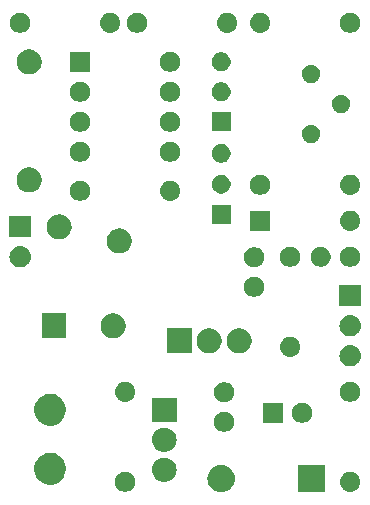
<source format=gbr>
G04 #@! TF.GenerationSoftware,KiCad,Pcbnew,(5.1.0)-1*
G04 #@! TF.CreationDate,2021-08-06T02:26:01-05:00*
G04 #@! TF.ProjectId,nixie_legacy-power,6e697869-655f-46c6-9567-6163792d706f,rev?*
G04 #@! TF.SameCoordinates,Original*
G04 #@! TF.FileFunction,Soldermask,Top*
G04 #@! TF.FilePolarity,Negative*
%FSLAX46Y46*%
G04 Gerber Fmt 4.6, Leading zero omitted, Abs format (unit mm)*
G04 Created by KiCad (PCBNEW (5.1.0)-1) date 2021-08-06 02:26:01*
%MOMM*%
%LPD*%
G04 APERTURE LIST*
%ADD10C,0.100000*%
G04 APERTURE END LIST*
D10*
G36*
X116213000Y-119515000D02*
G01*
X113911000Y-119515000D01*
X113911000Y-117213000D01*
X116213000Y-117213000D01*
X116213000Y-119515000D01*
X116213000Y-119515000D01*
G37*
G36*
X107611271Y-117224103D02*
G01*
X107667635Y-117229654D01*
X107884600Y-117295470D01*
X107884602Y-117295471D01*
X108084555Y-117402347D01*
X108259818Y-117546182D01*
X108403653Y-117721445D01*
X108502831Y-117906996D01*
X108510530Y-117921400D01*
X108576346Y-118138365D01*
X108598569Y-118364000D01*
X108576346Y-118589635D01*
X108567742Y-118618000D01*
X108510529Y-118806602D01*
X108403653Y-119006555D01*
X108259818Y-119181818D01*
X108084555Y-119325653D01*
X107930448Y-119408024D01*
X107884600Y-119432530D01*
X107667635Y-119498346D01*
X107611271Y-119503897D01*
X107498545Y-119515000D01*
X107385455Y-119515000D01*
X107272729Y-119503897D01*
X107216365Y-119498346D01*
X106999400Y-119432530D01*
X106953552Y-119408024D01*
X106799445Y-119325653D01*
X106624182Y-119181818D01*
X106480347Y-119006555D01*
X106373471Y-118806602D01*
X106316259Y-118618000D01*
X106307654Y-118589635D01*
X106285431Y-118364000D01*
X106307654Y-118138365D01*
X106373470Y-117921400D01*
X106381169Y-117906996D01*
X106480347Y-117721445D01*
X106624182Y-117546182D01*
X106799445Y-117402347D01*
X106999398Y-117295471D01*
X106999400Y-117295470D01*
X107216365Y-117229654D01*
X107272729Y-117224103D01*
X107385455Y-117213000D01*
X107498545Y-117213000D01*
X107611271Y-117224103D01*
X107611271Y-117224103D01*
G37*
G36*
X118530823Y-117779313D02*
G01*
X118691242Y-117827976D01*
X118758361Y-117863852D01*
X118839078Y-117906996D01*
X118968659Y-118013341D01*
X119075004Y-118142922D01*
X119075005Y-118142924D01*
X119154024Y-118290758D01*
X119202687Y-118451177D01*
X119219117Y-118618000D01*
X119202687Y-118784823D01*
X119154024Y-118945242D01*
X119113477Y-119021100D01*
X119075004Y-119093078D01*
X118968659Y-119222659D01*
X118839078Y-119329004D01*
X118839076Y-119329005D01*
X118691242Y-119408024D01*
X118530823Y-119456687D01*
X118405804Y-119469000D01*
X118322196Y-119469000D01*
X118197177Y-119456687D01*
X118036758Y-119408024D01*
X117888924Y-119329005D01*
X117888922Y-119329004D01*
X117759341Y-119222659D01*
X117652996Y-119093078D01*
X117614523Y-119021100D01*
X117573976Y-118945242D01*
X117525313Y-118784823D01*
X117508883Y-118618000D01*
X117525313Y-118451177D01*
X117573976Y-118290758D01*
X117652995Y-118142924D01*
X117652996Y-118142922D01*
X117759341Y-118013341D01*
X117888922Y-117906996D01*
X117969639Y-117863852D01*
X118036758Y-117827976D01*
X118197177Y-117779313D01*
X118322196Y-117767000D01*
X118405804Y-117767000D01*
X118530823Y-117779313D01*
X118530823Y-117779313D01*
G37*
G36*
X99562228Y-117799703D02*
G01*
X99717100Y-117863853D01*
X99856481Y-117956985D01*
X99975015Y-118075519D01*
X100068147Y-118214900D01*
X100132297Y-118369772D01*
X100165000Y-118534184D01*
X100165000Y-118701816D01*
X100132297Y-118866228D01*
X100068147Y-119021100D01*
X99975015Y-119160481D01*
X99856481Y-119279015D01*
X99717100Y-119372147D01*
X99562228Y-119436297D01*
X99397816Y-119469000D01*
X99230184Y-119469000D01*
X99065772Y-119436297D01*
X98910900Y-119372147D01*
X98771519Y-119279015D01*
X98652985Y-119160481D01*
X98559853Y-119021100D01*
X98495703Y-118866228D01*
X98463000Y-118701816D01*
X98463000Y-118534184D01*
X98495703Y-118369772D01*
X98559853Y-118214900D01*
X98652985Y-118075519D01*
X98771519Y-117956985D01*
X98910900Y-117863853D01*
X99065772Y-117799703D01*
X99230184Y-117767000D01*
X99397816Y-117767000D01*
X99562228Y-117799703D01*
X99562228Y-117799703D01*
G37*
G36*
X93358072Y-116222918D02*
G01*
X93603939Y-116324759D01*
X93715328Y-116399187D01*
X93825211Y-116472609D01*
X94013391Y-116660789D01*
X94019814Y-116670402D01*
X94161241Y-116882061D01*
X94263082Y-117127928D01*
X94315000Y-117388938D01*
X94315000Y-117655062D01*
X94263082Y-117916072D01*
X94161241Y-118161939D01*
X94125853Y-118214900D01*
X94013391Y-118383211D01*
X93825211Y-118571391D01*
X93797907Y-118589635D01*
X93603939Y-118719241D01*
X93603938Y-118719242D01*
X93603937Y-118719242D01*
X93358072Y-118821082D01*
X93097063Y-118873000D01*
X92830937Y-118873000D01*
X92569928Y-118821082D01*
X92324063Y-118719242D01*
X92324062Y-118719242D01*
X92324061Y-118719241D01*
X92130093Y-118589635D01*
X92102789Y-118571391D01*
X91914609Y-118383211D01*
X91802147Y-118214900D01*
X91766759Y-118161939D01*
X91664918Y-117916072D01*
X91613000Y-117655062D01*
X91613000Y-117388938D01*
X91664918Y-117127928D01*
X91766759Y-116882061D01*
X91908186Y-116670402D01*
X91914609Y-116660789D01*
X92102789Y-116472609D01*
X92212672Y-116399187D01*
X92324061Y-116324759D01*
X92569928Y-116222918D01*
X92830937Y-116171000D01*
X93097063Y-116171000D01*
X93358072Y-116222918D01*
X93358072Y-116222918D01*
G37*
G36*
X102761936Y-116603340D02*
G01*
X102860220Y-116613020D01*
X103049381Y-116670401D01*
X103223712Y-116763583D01*
X103376515Y-116888985D01*
X103501917Y-117041788D01*
X103595099Y-117216119D01*
X103652480Y-117405280D01*
X103671855Y-117602000D01*
X103652480Y-117798720D01*
X103595099Y-117987881D01*
X103501917Y-118162212D01*
X103376515Y-118315015D01*
X103223712Y-118440417D01*
X103049381Y-118533599D01*
X102860220Y-118590980D01*
X102761936Y-118600660D01*
X102712795Y-118605500D01*
X102519205Y-118605500D01*
X102470064Y-118600660D01*
X102371780Y-118590980D01*
X102182619Y-118533599D01*
X102008288Y-118440417D01*
X101855485Y-118315015D01*
X101730083Y-118162212D01*
X101636901Y-117987881D01*
X101579520Y-117798720D01*
X101560145Y-117602000D01*
X101579520Y-117405280D01*
X101636901Y-117216119D01*
X101730083Y-117041788D01*
X101855485Y-116888985D01*
X102008288Y-116763583D01*
X102182619Y-116670401D01*
X102371780Y-116613020D01*
X102470064Y-116603340D01*
X102519205Y-116598500D01*
X102712795Y-116598500D01*
X102761936Y-116603340D01*
X102761936Y-116603340D01*
G37*
G36*
X102761936Y-114063340D02*
G01*
X102860220Y-114073020D01*
X103049381Y-114130401D01*
X103223712Y-114223583D01*
X103376515Y-114348985D01*
X103501917Y-114501788D01*
X103595099Y-114676119D01*
X103652480Y-114865280D01*
X103671855Y-115062000D01*
X103652480Y-115258720D01*
X103595099Y-115447881D01*
X103501917Y-115622212D01*
X103376515Y-115775015D01*
X103223712Y-115900417D01*
X103049381Y-115993599D01*
X102860220Y-116050980D01*
X102761936Y-116060660D01*
X102712795Y-116065500D01*
X102519205Y-116065500D01*
X102470064Y-116060660D01*
X102371780Y-116050980D01*
X102182619Y-115993599D01*
X102008288Y-115900417D01*
X101855485Y-115775015D01*
X101730083Y-115622212D01*
X101636901Y-115447881D01*
X101579520Y-115258720D01*
X101560145Y-115062000D01*
X101579520Y-114865280D01*
X101636901Y-114676119D01*
X101730083Y-114501788D01*
X101855485Y-114348985D01*
X102008288Y-114223583D01*
X102182619Y-114130401D01*
X102371780Y-114073020D01*
X102470064Y-114063340D01*
X102519205Y-114058500D01*
X102712795Y-114058500D01*
X102761936Y-114063340D01*
X102761936Y-114063340D01*
G37*
G36*
X107944228Y-112719703D02*
G01*
X108099100Y-112783853D01*
X108238481Y-112876985D01*
X108357015Y-112995519D01*
X108450147Y-113134900D01*
X108514297Y-113289772D01*
X108547000Y-113454184D01*
X108547000Y-113621816D01*
X108514297Y-113786228D01*
X108450147Y-113941100D01*
X108357015Y-114080481D01*
X108238481Y-114199015D01*
X108099100Y-114292147D01*
X107944228Y-114356297D01*
X107779816Y-114389000D01*
X107612184Y-114389000D01*
X107447772Y-114356297D01*
X107292900Y-114292147D01*
X107153519Y-114199015D01*
X107034985Y-114080481D01*
X106941853Y-113941100D01*
X106877703Y-113786228D01*
X106845000Y-113621816D01*
X106845000Y-113454184D01*
X106877703Y-113289772D01*
X106941853Y-113134900D01*
X107034985Y-112995519D01*
X107153519Y-112876985D01*
X107292900Y-112783853D01*
X107447772Y-112719703D01*
X107612184Y-112687000D01*
X107779816Y-112687000D01*
X107944228Y-112719703D01*
X107944228Y-112719703D01*
G37*
G36*
X93358072Y-111222918D02*
G01*
X93603939Y-111324759D01*
X93715328Y-111399187D01*
X93778055Y-111441100D01*
X93825212Y-111472610D01*
X94013390Y-111660788D01*
X94144025Y-111856295D01*
X94161242Y-111882063D01*
X94263082Y-112127928D01*
X94311811Y-112372903D01*
X94315000Y-112388938D01*
X94315000Y-112655062D01*
X94263082Y-112916072D01*
X94161241Y-113161939D01*
X94013390Y-113383212D01*
X93825212Y-113571390D01*
X93603939Y-113719241D01*
X93603938Y-113719242D01*
X93603937Y-113719242D01*
X93358072Y-113821082D01*
X93097063Y-113873000D01*
X92830937Y-113873000D01*
X92569928Y-113821082D01*
X92324063Y-113719242D01*
X92324062Y-113719242D01*
X92324061Y-113719241D01*
X92102788Y-113571390D01*
X91914610Y-113383212D01*
X91766759Y-113161939D01*
X91664918Y-112916072D01*
X91613000Y-112655062D01*
X91613000Y-112388938D01*
X91616190Y-112372903D01*
X91664918Y-112127928D01*
X91766758Y-111882063D01*
X91783976Y-111856295D01*
X91914610Y-111660788D01*
X92102788Y-111472610D01*
X92149946Y-111441100D01*
X92212672Y-111399187D01*
X92324061Y-111324759D01*
X92569928Y-111222918D01*
X92830937Y-111171000D01*
X93097063Y-111171000D01*
X93358072Y-111222918D01*
X93358072Y-111222918D01*
G37*
G36*
X114548228Y-111957703D02*
G01*
X114703100Y-112021853D01*
X114842481Y-112114985D01*
X114961015Y-112233519D01*
X115054147Y-112372900D01*
X115118297Y-112527772D01*
X115151000Y-112692184D01*
X115151000Y-112859816D01*
X115118297Y-113024228D01*
X115054147Y-113179100D01*
X114961015Y-113318481D01*
X114842481Y-113437015D01*
X114703100Y-113530147D01*
X114548228Y-113594297D01*
X114383816Y-113627000D01*
X114216184Y-113627000D01*
X114051772Y-113594297D01*
X113896900Y-113530147D01*
X113757519Y-113437015D01*
X113638985Y-113318481D01*
X113545853Y-113179100D01*
X113481703Y-113024228D01*
X113449000Y-112859816D01*
X113449000Y-112692184D01*
X113481703Y-112527772D01*
X113545853Y-112372900D01*
X113638985Y-112233519D01*
X113757519Y-112114985D01*
X113896900Y-112021853D01*
X114051772Y-111957703D01*
X114216184Y-111925000D01*
X114383816Y-111925000D01*
X114548228Y-111957703D01*
X114548228Y-111957703D01*
G37*
G36*
X112651000Y-113627000D02*
G01*
X110949000Y-113627000D01*
X110949000Y-111925000D01*
X112651000Y-111925000D01*
X112651000Y-113627000D01*
X112651000Y-113627000D01*
G37*
G36*
X103667000Y-113525500D02*
G01*
X101565000Y-113525500D01*
X101565000Y-111518500D01*
X103667000Y-111518500D01*
X103667000Y-113525500D01*
X103667000Y-113525500D01*
G37*
G36*
X107944228Y-110219703D02*
G01*
X108099100Y-110283853D01*
X108238481Y-110376985D01*
X108357015Y-110495519D01*
X108450147Y-110634900D01*
X108514297Y-110789772D01*
X108547000Y-110954184D01*
X108547000Y-111121816D01*
X108514297Y-111286228D01*
X108450147Y-111441100D01*
X108357015Y-111580481D01*
X108238481Y-111699015D01*
X108099100Y-111792147D01*
X107944228Y-111856297D01*
X107779816Y-111889000D01*
X107612184Y-111889000D01*
X107447772Y-111856297D01*
X107292900Y-111792147D01*
X107153519Y-111699015D01*
X107034985Y-111580481D01*
X106941853Y-111441100D01*
X106877703Y-111286228D01*
X106845000Y-111121816D01*
X106845000Y-110954184D01*
X106877703Y-110789772D01*
X106941853Y-110634900D01*
X107034985Y-110495519D01*
X107153519Y-110376985D01*
X107292900Y-110283853D01*
X107447772Y-110219703D01*
X107612184Y-110187000D01*
X107779816Y-110187000D01*
X107944228Y-110219703D01*
X107944228Y-110219703D01*
G37*
G36*
X99480823Y-110159313D02*
G01*
X99641242Y-110207976D01*
X99708361Y-110243852D01*
X99789078Y-110286996D01*
X99918659Y-110393341D01*
X100025004Y-110522922D01*
X100025005Y-110522924D01*
X100104024Y-110670758D01*
X100152687Y-110831177D01*
X100169117Y-110998000D01*
X100152687Y-111164823D01*
X100104024Y-111325242D01*
X100033114Y-111457906D01*
X100025004Y-111473078D01*
X99918659Y-111602659D01*
X99789078Y-111709004D01*
X99789076Y-111709005D01*
X99641242Y-111788024D01*
X99641239Y-111788025D01*
X99627647Y-111792148D01*
X99480823Y-111836687D01*
X99355804Y-111849000D01*
X99272196Y-111849000D01*
X99147177Y-111836687D01*
X99000353Y-111792148D01*
X98986761Y-111788025D01*
X98986758Y-111788024D01*
X98838924Y-111709005D01*
X98838922Y-111709004D01*
X98709341Y-111602659D01*
X98602996Y-111473078D01*
X98594886Y-111457906D01*
X98523976Y-111325242D01*
X98475313Y-111164823D01*
X98458883Y-110998000D01*
X98475313Y-110831177D01*
X98523976Y-110670758D01*
X98602995Y-110522924D01*
X98602996Y-110522922D01*
X98709341Y-110393341D01*
X98838922Y-110286996D01*
X98919639Y-110243852D01*
X98986758Y-110207976D01*
X99147177Y-110159313D01*
X99272196Y-110147000D01*
X99355804Y-110147000D01*
X99480823Y-110159313D01*
X99480823Y-110159313D01*
G37*
G36*
X118612228Y-110179703D02*
G01*
X118767100Y-110243853D01*
X118906481Y-110336985D01*
X119025015Y-110455519D01*
X119118147Y-110594900D01*
X119182297Y-110749772D01*
X119215000Y-110914184D01*
X119215000Y-111081816D01*
X119182297Y-111246228D01*
X119118147Y-111401100D01*
X119025015Y-111540481D01*
X118906481Y-111659015D01*
X118767100Y-111752147D01*
X118612228Y-111816297D01*
X118447816Y-111849000D01*
X118280184Y-111849000D01*
X118115772Y-111816297D01*
X117960900Y-111752147D01*
X117821519Y-111659015D01*
X117702985Y-111540481D01*
X117609853Y-111401100D01*
X117545703Y-111246228D01*
X117513000Y-111081816D01*
X117513000Y-110914184D01*
X117545703Y-110749772D01*
X117609853Y-110594900D01*
X117702985Y-110455519D01*
X117821519Y-110336985D01*
X117960900Y-110243853D01*
X118115772Y-110179703D01*
X118280184Y-110147000D01*
X118447816Y-110147000D01*
X118612228Y-110179703D01*
X118612228Y-110179703D01*
G37*
G36*
X118474442Y-107055518D02*
G01*
X118540627Y-107062037D01*
X118710466Y-107113557D01*
X118866991Y-107197222D01*
X118902729Y-107226552D01*
X119004186Y-107309814D01*
X119087448Y-107411271D01*
X119116778Y-107447009D01*
X119200443Y-107603534D01*
X119251963Y-107773373D01*
X119269359Y-107950000D01*
X119251963Y-108126627D01*
X119200443Y-108296466D01*
X119116778Y-108452991D01*
X119087448Y-108488729D01*
X119004186Y-108590186D01*
X118902729Y-108673448D01*
X118866991Y-108702778D01*
X118710466Y-108786443D01*
X118540627Y-108837963D01*
X118474442Y-108844482D01*
X118408260Y-108851000D01*
X118319740Y-108851000D01*
X118253558Y-108844482D01*
X118187373Y-108837963D01*
X118017534Y-108786443D01*
X117861009Y-108702778D01*
X117825271Y-108673448D01*
X117723814Y-108590186D01*
X117640552Y-108488729D01*
X117611222Y-108452991D01*
X117527557Y-108296466D01*
X117476037Y-108126627D01*
X117458641Y-107950000D01*
X117476037Y-107773373D01*
X117527557Y-107603534D01*
X117611222Y-107447009D01*
X117640552Y-107411271D01*
X117723814Y-107309814D01*
X117825271Y-107226552D01*
X117861009Y-107197222D01*
X118017534Y-107113557D01*
X118187373Y-107062037D01*
X118253558Y-107055518D01*
X118319740Y-107049000D01*
X118408260Y-107049000D01*
X118474442Y-107055518D01*
X118474442Y-107055518D01*
G37*
G36*
X113450823Y-106349313D02*
G01*
X113611242Y-106397976D01*
X113729151Y-106461000D01*
X113759078Y-106476996D01*
X113888659Y-106583341D01*
X113995004Y-106712922D01*
X113995005Y-106712924D01*
X114074024Y-106860758D01*
X114122687Y-107021177D01*
X114139117Y-107188000D01*
X114122687Y-107354823D01*
X114074024Y-107515242D01*
X114026832Y-107603532D01*
X113995004Y-107663078D01*
X113888659Y-107792659D01*
X113759078Y-107899004D01*
X113759076Y-107899005D01*
X113611242Y-107978024D01*
X113450823Y-108026687D01*
X113325804Y-108039000D01*
X113242196Y-108039000D01*
X113117177Y-108026687D01*
X112956758Y-107978024D01*
X112808924Y-107899005D01*
X112808922Y-107899004D01*
X112679341Y-107792659D01*
X112572996Y-107663078D01*
X112541168Y-107603532D01*
X112493976Y-107515242D01*
X112445313Y-107354823D01*
X112428883Y-107188000D01*
X112445313Y-107021177D01*
X112493976Y-106860758D01*
X112572995Y-106712924D01*
X112572996Y-106712922D01*
X112679341Y-106583341D01*
X112808922Y-106476996D01*
X112838849Y-106461000D01*
X112956758Y-106397976D01*
X113117177Y-106349313D01*
X113242196Y-106337000D01*
X113325804Y-106337000D01*
X113450823Y-106349313D01*
X113450823Y-106349313D01*
G37*
G36*
X104937000Y-107731000D02*
G01*
X102835000Y-107731000D01*
X102835000Y-105629000D01*
X104937000Y-105629000D01*
X104937000Y-107731000D01*
X104937000Y-107731000D01*
G37*
G36*
X109272564Y-105669389D02*
G01*
X109463833Y-105748615D01*
X109463835Y-105748616D01*
X109635973Y-105863635D01*
X109782365Y-106010027D01*
X109884431Y-106162779D01*
X109897385Y-106182167D01*
X109976611Y-106373436D01*
X110017000Y-106576484D01*
X110017000Y-106783516D01*
X109976611Y-106986564D01*
X109897385Y-107177833D01*
X109897384Y-107177835D01*
X109782365Y-107349973D01*
X109635973Y-107496365D01*
X109463835Y-107611384D01*
X109463834Y-107611385D01*
X109463833Y-107611385D01*
X109272564Y-107690611D01*
X109069516Y-107731000D01*
X108862484Y-107731000D01*
X108659436Y-107690611D01*
X108468167Y-107611385D01*
X108468166Y-107611385D01*
X108468165Y-107611384D01*
X108296027Y-107496365D01*
X108149635Y-107349973D01*
X108034616Y-107177835D01*
X108034615Y-107177833D01*
X107955389Y-106986564D01*
X107915000Y-106783516D01*
X107915000Y-106576484D01*
X107955389Y-106373436D01*
X108034615Y-106182167D01*
X108047570Y-106162779D01*
X108149635Y-106010027D01*
X108296027Y-105863635D01*
X108468165Y-105748616D01*
X108468167Y-105748615D01*
X108659436Y-105669389D01*
X108862484Y-105629000D01*
X109069516Y-105629000D01*
X109272564Y-105669389D01*
X109272564Y-105669389D01*
G37*
G36*
X106732564Y-105669389D02*
G01*
X106923833Y-105748615D01*
X106923835Y-105748616D01*
X107095973Y-105863635D01*
X107242365Y-106010027D01*
X107344431Y-106162779D01*
X107357385Y-106182167D01*
X107436611Y-106373436D01*
X107477000Y-106576484D01*
X107477000Y-106783516D01*
X107436611Y-106986564D01*
X107357385Y-107177833D01*
X107357384Y-107177835D01*
X107242365Y-107349973D01*
X107095973Y-107496365D01*
X106923835Y-107611384D01*
X106923834Y-107611385D01*
X106923833Y-107611385D01*
X106732564Y-107690611D01*
X106529516Y-107731000D01*
X106322484Y-107731000D01*
X106119436Y-107690611D01*
X105928167Y-107611385D01*
X105928166Y-107611385D01*
X105928165Y-107611384D01*
X105756027Y-107496365D01*
X105609635Y-107349973D01*
X105494616Y-107177835D01*
X105494615Y-107177833D01*
X105415389Y-106986564D01*
X105375000Y-106783516D01*
X105375000Y-106576484D01*
X105415389Y-106373436D01*
X105494615Y-106182167D01*
X105507570Y-106162779D01*
X105609635Y-106010027D01*
X105756027Y-105863635D01*
X105928165Y-105748616D01*
X105928167Y-105748615D01*
X106119436Y-105669389D01*
X106322484Y-105629000D01*
X106529516Y-105629000D01*
X106732564Y-105669389D01*
X106732564Y-105669389D01*
G37*
G36*
X94349000Y-106461000D02*
G01*
X92247000Y-106461000D01*
X92247000Y-104359000D01*
X94349000Y-104359000D01*
X94349000Y-106461000D01*
X94349000Y-106461000D01*
G37*
G36*
X98604564Y-104399389D02*
G01*
X98795833Y-104478615D01*
X98795835Y-104478616D01*
X98860819Y-104522037D01*
X98967973Y-104593635D01*
X99114365Y-104740027D01*
X99229385Y-104912167D01*
X99308611Y-105103436D01*
X99349000Y-105306484D01*
X99349000Y-105513516D01*
X99308611Y-105716564D01*
X99292083Y-105756466D01*
X99229384Y-105907835D01*
X99114365Y-106079973D01*
X98967973Y-106226365D01*
X98795835Y-106341384D01*
X98795834Y-106341385D01*
X98795833Y-106341385D01*
X98604564Y-106420611D01*
X98401516Y-106461000D01*
X98194484Y-106461000D01*
X97991436Y-106420611D01*
X97800167Y-106341385D01*
X97800166Y-106341385D01*
X97800165Y-106341384D01*
X97628027Y-106226365D01*
X97481635Y-106079973D01*
X97366616Y-105907835D01*
X97303917Y-105756466D01*
X97287389Y-105716564D01*
X97247000Y-105513516D01*
X97247000Y-105306484D01*
X97287389Y-105103436D01*
X97366615Y-104912167D01*
X97481635Y-104740027D01*
X97628027Y-104593635D01*
X97735181Y-104522037D01*
X97800165Y-104478616D01*
X97800167Y-104478615D01*
X97991436Y-104399389D01*
X98194484Y-104359000D01*
X98401516Y-104359000D01*
X98604564Y-104399389D01*
X98604564Y-104399389D01*
G37*
G36*
X118474443Y-104515519D02*
G01*
X118540627Y-104522037D01*
X118710466Y-104573557D01*
X118866991Y-104657222D01*
X118902729Y-104686552D01*
X119004186Y-104769814D01*
X119087448Y-104871271D01*
X119116778Y-104907009D01*
X119200443Y-105063534D01*
X119251963Y-105233373D01*
X119269359Y-105410000D01*
X119251963Y-105586627D01*
X119200443Y-105756466D01*
X119116778Y-105912991D01*
X119087448Y-105948729D01*
X119004186Y-106050186D01*
X118902729Y-106133448D01*
X118866991Y-106162778D01*
X118710466Y-106246443D01*
X118540627Y-106297963D01*
X118474442Y-106304482D01*
X118408260Y-106311000D01*
X118319740Y-106311000D01*
X118253558Y-106304482D01*
X118187373Y-106297963D01*
X118017534Y-106246443D01*
X117861009Y-106162778D01*
X117825271Y-106133448D01*
X117723814Y-106050186D01*
X117640552Y-105948729D01*
X117611222Y-105912991D01*
X117527557Y-105756466D01*
X117476037Y-105586627D01*
X117458641Y-105410000D01*
X117476037Y-105233373D01*
X117527557Y-105063534D01*
X117611222Y-104907009D01*
X117640552Y-104871271D01*
X117723814Y-104769814D01*
X117825271Y-104686552D01*
X117861009Y-104657222D01*
X118017534Y-104573557D01*
X118187373Y-104522037D01*
X118253557Y-104515519D01*
X118319740Y-104509000D01*
X118408260Y-104509000D01*
X118474443Y-104515519D01*
X118474443Y-104515519D01*
G37*
G36*
X119265000Y-103771000D02*
G01*
X117463000Y-103771000D01*
X117463000Y-101969000D01*
X119265000Y-101969000D01*
X119265000Y-103771000D01*
X119265000Y-103771000D01*
G37*
G36*
X110484228Y-101289703D02*
G01*
X110639100Y-101353853D01*
X110778481Y-101446985D01*
X110897015Y-101565519D01*
X110990147Y-101704900D01*
X111054297Y-101859772D01*
X111087000Y-102024184D01*
X111087000Y-102191816D01*
X111054297Y-102356228D01*
X110990147Y-102511100D01*
X110897015Y-102650481D01*
X110778481Y-102769015D01*
X110639100Y-102862147D01*
X110484228Y-102926297D01*
X110319816Y-102959000D01*
X110152184Y-102959000D01*
X109987772Y-102926297D01*
X109832900Y-102862147D01*
X109693519Y-102769015D01*
X109574985Y-102650481D01*
X109481853Y-102511100D01*
X109417703Y-102356228D01*
X109385000Y-102191816D01*
X109385000Y-102024184D01*
X109417703Y-101859772D01*
X109481853Y-101704900D01*
X109574985Y-101565519D01*
X109693519Y-101446985D01*
X109832900Y-101353853D01*
X109987772Y-101289703D01*
X110152184Y-101257000D01*
X110319816Y-101257000D01*
X110484228Y-101289703D01*
X110484228Y-101289703D01*
G37*
G36*
X90534442Y-98673518D02*
G01*
X90600627Y-98680037D01*
X90770466Y-98731557D01*
X90926991Y-98815222D01*
X90962729Y-98844552D01*
X91064186Y-98927814D01*
X91144369Y-99025519D01*
X91176778Y-99065009D01*
X91176779Y-99065011D01*
X91251554Y-99204903D01*
X91260443Y-99221534D01*
X91311963Y-99391373D01*
X91329359Y-99568000D01*
X91311963Y-99744627D01*
X91260443Y-99914466D01*
X91176778Y-100070991D01*
X91147448Y-100106729D01*
X91064186Y-100208186D01*
X90962729Y-100291448D01*
X90926991Y-100320778D01*
X90770466Y-100404443D01*
X90600627Y-100455963D01*
X90534442Y-100462482D01*
X90468260Y-100469000D01*
X90379740Y-100469000D01*
X90313557Y-100462481D01*
X90247373Y-100455963D01*
X90077534Y-100404443D01*
X89921009Y-100320778D01*
X89885271Y-100291448D01*
X89783814Y-100208186D01*
X89700552Y-100106729D01*
X89671222Y-100070991D01*
X89587557Y-99914466D01*
X89536037Y-99744627D01*
X89518641Y-99568000D01*
X89536037Y-99391373D01*
X89587557Y-99221534D01*
X89596447Y-99204903D01*
X89671221Y-99065011D01*
X89671222Y-99065009D01*
X89703631Y-99025519D01*
X89783814Y-98927814D01*
X89885271Y-98844552D01*
X89921009Y-98815222D01*
X90077534Y-98731557D01*
X90247373Y-98680037D01*
X90313558Y-98673518D01*
X90379740Y-98667000D01*
X90468260Y-98667000D01*
X90534442Y-98673518D01*
X90534442Y-98673518D01*
G37*
G36*
X110484228Y-98789703D02*
G01*
X110639100Y-98853853D01*
X110778481Y-98946985D01*
X110897015Y-99065519D01*
X110990147Y-99204900D01*
X111054297Y-99359772D01*
X111087000Y-99524184D01*
X111087000Y-99691816D01*
X111054297Y-99856228D01*
X110990147Y-100011100D01*
X110897015Y-100150481D01*
X110778481Y-100269015D01*
X110639100Y-100362147D01*
X110484228Y-100426297D01*
X110319816Y-100459000D01*
X110152184Y-100459000D01*
X109987772Y-100426297D01*
X109832900Y-100362147D01*
X109693519Y-100269015D01*
X109574985Y-100150481D01*
X109481853Y-100011100D01*
X109417703Y-99856228D01*
X109385000Y-99691816D01*
X109385000Y-99524184D01*
X109417703Y-99359772D01*
X109481853Y-99204900D01*
X109574985Y-99065519D01*
X109693519Y-98946985D01*
X109832900Y-98853853D01*
X109987772Y-98789703D01*
X110152184Y-98757000D01*
X110319816Y-98757000D01*
X110484228Y-98789703D01*
X110484228Y-98789703D01*
G37*
G36*
X113532228Y-98749703D02*
G01*
X113687100Y-98813853D01*
X113826481Y-98906985D01*
X113945015Y-99025519D01*
X114038147Y-99164900D01*
X114102297Y-99319772D01*
X114135000Y-99484184D01*
X114135000Y-99651816D01*
X114102297Y-99816228D01*
X114038147Y-99971100D01*
X113945015Y-100110481D01*
X113826481Y-100229015D01*
X113687100Y-100322147D01*
X113532228Y-100386297D01*
X113367816Y-100419000D01*
X113200184Y-100419000D01*
X113035772Y-100386297D01*
X112880900Y-100322147D01*
X112741519Y-100229015D01*
X112622985Y-100110481D01*
X112529853Y-99971100D01*
X112465703Y-99816228D01*
X112433000Y-99651816D01*
X112433000Y-99484184D01*
X112465703Y-99319772D01*
X112529853Y-99164900D01*
X112622985Y-99025519D01*
X112741519Y-98906985D01*
X112880900Y-98813853D01*
X113035772Y-98749703D01*
X113200184Y-98717000D01*
X113367816Y-98717000D01*
X113532228Y-98749703D01*
X113532228Y-98749703D01*
G37*
G36*
X116112228Y-98749703D02*
G01*
X116267100Y-98813853D01*
X116406481Y-98906985D01*
X116525015Y-99025519D01*
X116618147Y-99164900D01*
X116682297Y-99319772D01*
X116715000Y-99484184D01*
X116715000Y-99651816D01*
X116682297Y-99816228D01*
X116618147Y-99971100D01*
X116525015Y-100110481D01*
X116406481Y-100229015D01*
X116267100Y-100322147D01*
X116112228Y-100386297D01*
X115947816Y-100419000D01*
X115780184Y-100419000D01*
X115615772Y-100386297D01*
X115460900Y-100322147D01*
X115321519Y-100229015D01*
X115202985Y-100110481D01*
X115109853Y-99971100D01*
X115045703Y-99816228D01*
X115013000Y-99651816D01*
X115013000Y-99484184D01*
X115045703Y-99319772D01*
X115109853Y-99164900D01*
X115202985Y-99025519D01*
X115321519Y-98906985D01*
X115460900Y-98813853D01*
X115615772Y-98749703D01*
X115780184Y-98717000D01*
X115947816Y-98717000D01*
X116112228Y-98749703D01*
X116112228Y-98749703D01*
G37*
G36*
X118612228Y-98749703D02*
G01*
X118767100Y-98813853D01*
X118906481Y-98906985D01*
X119025015Y-99025519D01*
X119118147Y-99164900D01*
X119182297Y-99319772D01*
X119215000Y-99484184D01*
X119215000Y-99651816D01*
X119182297Y-99816228D01*
X119118147Y-99971100D01*
X119025015Y-100110481D01*
X118906481Y-100229015D01*
X118767100Y-100322147D01*
X118612228Y-100386297D01*
X118447816Y-100419000D01*
X118280184Y-100419000D01*
X118115772Y-100386297D01*
X117960900Y-100322147D01*
X117821519Y-100229015D01*
X117702985Y-100110481D01*
X117609853Y-99971100D01*
X117545703Y-99816228D01*
X117513000Y-99651816D01*
X117513000Y-99484184D01*
X117545703Y-99319772D01*
X117609853Y-99164900D01*
X117702985Y-99025519D01*
X117821519Y-98906985D01*
X117960900Y-98813853D01*
X118115772Y-98749703D01*
X118280184Y-98717000D01*
X118447816Y-98717000D01*
X118612228Y-98749703D01*
X118612228Y-98749703D01*
G37*
G36*
X99032016Y-97192291D02*
G01*
X99134024Y-97212581D01*
X99326204Y-97292185D01*
X99499161Y-97407751D01*
X99646249Y-97554839D01*
X99761815Y-97727796D01*
X99841419Y-97919976D01*
X99882000Y-98123993D01*
X99882000Y-98332007D01*
X99841419Y-98536024D01*
X99761815Y-98728204D01*
X99646249Y-98901161D01*
X99499161Y-99048249D01*
X99326204Y-99163815D01*
X99134024Y-99243419D01*
X99032016Y-99263709D01*
X98930008Y-99284000D01*
X98721992Y-99284000D01*
X98619985Y-99263710D01*
X98517976Y-99243419D01*
X98325796Y-99163815D01*
X98152839Y-99048249D01*
X98005751Y-98901161D01*
X97890185Y-98728204D01*
X97810581Y-98536024D01*
X97770000Y-98332007D01*
X97770000Y-98123993D01*
X97810581Y-97919976D01*
X97890185Y-97727796D01*
X98005751Y-97554839D01*
X98152839Y-97407751D01*
X98325796Y-97292185D01*
X98517976Y-97212581D01*
X98619984Y-97192291D01*
X98721992Y-97172000D01*
X98930008Y-97172000D01*
X99032016Y-97192291D01*
X99032016Y-97192291D01*
G37*
G36*
X93932015Y-95992290D02*
G01*
X94034024Y-96012581D01*
X94226204Y-96092185D01*
X94399161Y-96207751D01*
X94546249Y-96354839D01*
X94661815Y-96527796D01*
X94727687Y-96686825D01*
X94741419Y-96719977D01*
X94766734Y-96847242D01*
X94782000Y-96923993D01*
X94782000Y-97132007D01*
X94741419Y-97336024D01*
X94661815Y-97528204D01*
X94546249Y-97701161D01*
X94399161Y-97848249D01*
X94226204Y-97963815D01*
X94034024Y-98043419D01*
X93932016Y-98063709D01*
X93830008Y-98084000D01*
X93621992Y-98084000D01*
X93519984Y-98063709D01*
X93417976Y-98043419D01*
X93225796Y-97963815D01*
X93052839Y-97848249D01*
X92905751Y-97701161D01*
X92790185Y-97528204D01*
X92710581Y-97336024D01*
X92670000Y-97132007D01*
X92670000Y-96923993D01*
X92685267Y-96847242D01*
X92710581Y-96719977D01*
X92724313Y-96686825D01*
X92790185Y-96527796D01*
X92905751Y-96354839D01*
X93052839Y-96207751D01*
X93225796Y-96092185D01*
X93417976Y-96012581D01*
X93519985Y-95992290D01*
X93621992Y-95972000D01*
X93830008Y-95972000D01*
X93932015Y-95992290D01*
X93932015Y-95992290D01*
G37*
G36*
X91325000Y-97929000D02*
G01*
X89523000Y-97929000D01*
X89523000Y-96127000D01*
X91325000Y-96127000D01*
X91325000Y-97929000D01*
X91325000Y-97929000D01*
G37*
G36*
X111595000Y-97371000D02*
G01*
X109893000Y-97371000D01*
X109893000Y-95669000D01*
X111595000Y-95669000D01*
X111595000Y-97371000D01*
X111595000Y-97371000D01*
G37*
G36*
X118530823Y-95681313D02*
G01*
X118691242Y-95729976D01*
X118823906Y-95800886D01*
X118839078Y-95808996D01*
X118968659Y-95915341D01*
X119075004Y-96044922D01*
X119075005Y-96044924D01*
X119154024Y-96192758D01*
X119202687Y-96353177D01*
X119219117Y-96520000D01*
X119202687Y-96686823D01*
X119154024Y-96847242D01*
X119083114Y-96979906D01*
X119075004Y-96995078D01*
X118968659Y-97124659D01*
X118839078Y-97231004D01*
X118839076Y-97231005D01*
X118691242Y-97310024D01*
X118530823Y-97358687D01*
X118405804Y-97371000D01*
X118322196Y-97371000D01*
X118197177Y-97358687D01*
X118036758Y-97310024D01*
X117888924Y-97231005D01*
X117888922Y-97231004D01*
X117759341Y-97124659D01*
X117652996Y-96995078D01*
X117644886Y-96979906D01*
X117573976Y-96847242D01*
X117525313Y-96686823D01*
X117508883Y-96520000D01*
X117525313Y-96353177D01*
X117573976Y-96192758D01*
X117652995Y-96044924D01*
X117652996Y-96044922D01*
X117759341Y-95915341D01*
X117888922Y-95808996D01*
X117904094Y-95800886D01*
X118036758Y-95729976D01*
X118197177Y-95681313D01*
X118322196Y-95669000D01*
X118405804Y-95669000D01*
X118530823Y-95681313D01*
X118530823Y-95681313D01*
G37*
G36*
X108243000Y-96813000D02*
G01*
X106641000Y-96813000D01*
X106641000Y-95211000D01*
X108243000Y-95211000D01*
X108243000Y-96813000D01*
X108243000Y-96813000D01*
G37*
G36*
X103290823Y-93141313D02*
G01*
X103451242Y-93189976D01*
X103518361Y-93225852D01*
X103599078Y-93268996D01*
X103728659Y-93375341D01*
X103835004Y-93504922D01*
X103835005Y-93504924D01*
X103914024Y-93652758D01*
X103962687Y-93813177D01*
X103979117Y-93980000D01*
X103962687Y-94146823D01*
X103914024Y-94307242D01*
X103873477Y-94383100D01*
X103835004Y-94455078D01*
X103728659Y-94584659D01*
X103599078Y-94691004D01*
X103599076Y-94691005D01*
X103451242Y-94770024D01*
X103290823Y-94818687D01*
X103165804Y-94831000D01*
X103082196Y-94831000D01*
X102957177Y-94818687D01*
X102796758Y-94770024D01*
X102648924Y-94691005D01*
X102648922Y-94691004D01*
X102519341Y-94584659D01*
X102412996Y-94455078D01*
X102374523Y-94383100D01*
X102333976Y-94307242D01*
X102285313Y-94146823D01*
X102268883Y-93980000D01*
X102285313Y-93813177D01*
X102333976Y-93652758D01*
X102412995Y-93504924D01*
X102412996Y-93504922D01*
X102519341Y-93375341D01*
X102648922Y-93268996D01*
X102729639Y-93225852D01*
X102796758Y-93189976D01*
X102957177Y-93141313D01*
X103082196Y-93129000D01*
X103165804Y-93129000D01*
X103290823Y-93141313D01*
X103290823Y-93141313D01*
G37*
G36*
X95752228Y-93161703D02*
G01*
X95907100Y-93225853D01*
X96046481Y-93318985D01*
X96165015Y-93437519D01*
X96258147Y-93576900D01*
X96322297Y-93731772D01*
X96355000Y-93896184D01*
X96355000Y-94063816D01*
X96322297Y-94228228D01*
X96258147Y-94383100D01*
X96165015Y-94522481D01*
X96046481Y-94641015D01*
X95907100Y-94734147D01*
X95752228Y-94798297D01*
X95587816Y-94831000D01*
X95420184Y-94831000D01*
X95255772Y-94798297D01*
X95100900Y-94734147D01*
X94961519Y-94641015D01*
X94842985Y-94522481D01*
X94749853Y-94383100D01*
X94685703Y-94228228D01*
X94653000Y-94063816D01*
X94653000Y-93896184D01*
X94685703Y-93731772D01*
X94749853Y-93576900D01*
X94842985Y-93437519D01*
X94961519Y-93318985D01*
X95100900Y-93225853D01*
X95255772Y-93161703D01*
X95420184Y-93129000D01*
X95587816Y-93129000D01*
X95752228Y-93161703D01*
X95752228Y-93161703D01*
G37*
G36*
X110992228Y-92653703D02*
G01*
X111147100Y-92717853D01*
X111286481Y-92810985D01*
X111405015Y-92929519D01*
X111498147Y-93068900D01*
X111562297Y-93223772D01*
X111595000Y-93388184D01*
X111595000Y-93555816D01*
X111562297Y-93720228D01*
X111498147Y-93875100D01*
X111405015Y-94014481D01*
X111286481Y-94133015D01*
X111147100Y-94226147D01*
X110992228Y-94290297D01*
X110827816Y-94323000D01*
X110660184Y-94323000D01*
X110495772Y-94290297D01*
X110340900Y-94226147D01*
X110201519Y-94133015D01*
X110082985Y-94014481D01*
X109989853Y-93875100D01*
X109925703Y-93720228D01*
X109893000Y-93555816D01*
X109893000Y-93388184D01*
X109925703Y-93223772D01*
X109989853Y-93068900D01*
X110082985Y-92929519D01*
X110201519Y-92810985D01*
X110340900Y-92717853D01*
X110495772Y-92653703D01*
X110660184Y-92621000D01*
X110827816Y-92621000D01*
X110992228Y-92653703D01*
X110992228Y-92653703D01*
G37*
G36*
X118530823Y-92633313D02*
G01*
X118691242Y-92681976D01*
X118821192Y-92751436D01*
X118839078Y-92760996D01*
X118968659Y-92867341D01*
X119075004Y-92996922D01*
X119075005Y-92996924D01*
X119154024Y-93144758D01*
X119202687Y-93305177D01*
X119219117Y-93472000D01*
X119202687Y-93638823D01*
X119154024Y-93799242D01*
X119113477Y-93875100D01*
X119075004Y-93947078D01*
X118968659Y-94076659D01*
X118839078Y-94183004D01*
X118839076Y-94183005D01*
X118691242Y-94262024D01*
X118530823Y-94310687D01*
X118405804Y-94323000D01*
X118322196Y-94323000D01*
X118197177Y-94310687D01*
X118036758Y-94262024D01*
X117888924Y-94183005D01*
X117888922Y-94183004D01*
X117759341Y-94076659D01*
X117652996Y-93947078D01*
X117614523Y-93875100D01*
X117573976Y-93799242D01*
X117525313Y-93638823D01*
X117508883Y-93472000D01*
X117525313Y-93305177D01*
X117573976Y-93144758D01*
X117652995Y-92996924D01*
X117652996Y-92996922D01*
X117759341Y-92867341D01*
X117888922Y-92760996D01*
X117906808Y-92751436D01*
X118036758Y-92681976D01*
X118197177Y-92633313D01*
X118322196Y-92621000D01*
X118405804Y-92621000D01*
X118530823Y-92633313D01*
X118530823Y-92633313D01*
G37*
G36*
X107675642Y-92641781D02*
G01*
X107821414Y-92702162D01*
X107821416Y-92702163D01*
X107952608Y-92789822D01*
X108064178Y-92901392D01*
X108128010Y-92996924D01*
X108151838Y-93032586D01*
X108212219Y-93178358D01*
X108243000Y-93333107D01*
X108243000Y-93490893D01*
X108212219Y-93645642D01*
X108151838Y-93791414D01*
X108151837Y-93791416D01*
X108064178Y-93922608D01*
X107952608Y-94034178D01*
X107821416Y-94121837D01*
X107821415Y-94121838D01*
X107821414Y-94121838D01*
X107675642Y-94182219D01*
X107520893Y-94213000D01*
X107363107Y-94213000D01*
X107208358Y-94182219D01*
X107062586Y-94121838D01*
X107062585Y-94121838D01*
X107062584Y-94121837D01*
X106931392Y-94034178D01*
X106819822Y-93922608D01*
X106732163Y-93791416D01*
X106732162Y-93791414D01*
X106671781Y-93645642D01*
X106641000Y-93490893D01*
X106641000Y-93333107D01*
X106671781Y-93178358D01*
X106732162Y-93032586D01*
X106755990Y-92996924D01*
X106819822Y-92901392D01*
X106931392Y-92789822D01*
X107062584Y-92702163D01*
X107062586Y-92702162D01*
X107208358Y-92641781D01*
X107363107Y-92611000D01*
X107520893Y-92611000D01*
X107675642Y-92641781D01*
X107675642Y-92641781D01*
G37*
G36*
X91492564Y-92047389D02*
G01*
X91683833Y-92126615D01*
X91683835Y-92126616D01*
X91855973Y-92241635D01*
X92002365Y-92388027D01*
X92117385Y-92560167D01*
X92196611Y-92751436D01*
X92237000Y-92954484D01*
X92237000Y-93161516D01*
X92196611Y-93364564D01*
X92144284Y-93490892D01*
X92117384Y-93555835D01*
X92002365Y-93727973D01*
X91855973Y-93874365D01*
X91683835Y-93989384D01*
X91683834Y-93989385D01*
X91683833Y-93989385D01*
X91492564Y-94068611D01*
X91289516Y-94109000D01*
X91082484Y-94109000D01*
X90879436Y-94068611D01*
X90688167Y-93989385D01*
X90688166Y-93989385D01*
X90688165Y-93989384D01*
X90516027Y-93874365D01*
X90369635Y-93727973D01*
X90254616Y-93555835D01*
X90227716Y-93490892D01*
X90175389Y-93364564D01*
X90135000Y-93161516D01*
X90135000Y-92954484D01*
X90175389Y-92751436D01*
X90254615Y-92560167D01*
X90369635Y-92388027D01*
X90516027Y-92241635D01*
X90688165Y-92126616D01*
X90688167Y-92126615D01*
X90879436Y-92047389D01*
X91082484Y-92007000D01*
X91289516Y-92007000D01*
X91492564Y-92047389D01*
X91492564Y-92047389D01*
G37*
G36*
X107675642Y-90041781D02*
G01*
X107821414Y-90102162D01*
X107821416Y-90102163D01*
X107952608Y-90189822D01*
X108064178Y-90301392D01*
X108149957Y-90429771D01*
X108151838Y-90432586D01*
X108212219Y-90578358D01*
X108243000Y-90733107D01*
X108243000Y-90890893D01*
X108212219Y-91045642D01*
X108151838Y-91191414D01*
X108151837Y-91191416D01*
X108064178Y-91322608D01*
X107952608Y-91434178D01*
X107821416Y-91521837D01*
X107821415Y-91521838D01*
X107821414Y-91521838D01*
X107675642Y-91582219D01*
X107520893Y-91613000D01*
X107363107Y-91613000D01*
X107208358Y-91582219D01*
X107062586Y-91521838D01*
X107062585Y-91521838D01*
X107062584Y-91521837D01*
X106931392Y-91434178D01*
X106819822Y-91322608D01*
X106732163Y-91191416D01*
X106732162Y-91191414D01*
X106671781Y-91045642D01*
X106641000Y-90890893D01*
X106641000Y-90733107D01*
X106671781Y-90578358D01*
X106732162Y-90432586D01*
X106734043Y-90429771D01*
X106819822Y-90301392D01*
X106931392Y-90189822D01*
X107062584Y-90102163D01*
X107062586Y-90102162D01*
X107208358Y-90041781D01*
X107363107Y-90011000D01*
X107520893Y-90011000D01*
X107675642Y-90041781D01*
X107675642Y-90041781D01*
G37*
G36*
X103372228Y-89859703D02*
G01*
X103527100Y-89923853D01*
X103666481Y-90016985D01*
X103785015Y-90135519D01*
X103878147Y-90274900D01*
X103942297Y-90429772D01*
X103975000Y-90594184D01*
X103975000Y-90761816D01*
X103942297Y-90926228D01*
X103878147Y-91081100D01*
X103785015Y-91220481D01*
X103666481Y-91339015D01*
X103527100Y-91432147D01*
X103372228Y-91496297D01*
X103207816Y-91529000D01*
X103040184Y-91529000D01*
X102875772Y-91496297D01*
X102720900Y-91432147D01*
X102581519Y-91339015D01*
X102462985Y-91220481D01*
X102369853Y-91081100D01*
X102305703Y-90926228D01*
X102273000Y-90761816D01*
X102273000Y-90594184D01*
X102305703Y-90429772D01*
X102369853Y-90274900D01*
X102462985Y-90135519D01*
X102581519Y-90016985D01*
X102720900Y-89923853D01*
X102875772Y-89859703D01*
X103040184Y-89827000D01*
X103207816Y-89827000D01*
X103372228Y-89859703D01*
X103372228Y-89859703D01*
G37*
G36*
X95752228Y-89859703D02*
G01*
X95907100Y-89923853D01*
X96046481Y-90016985D01*
X96165015Y-90135519D01*
X96258147Y-90274900D01*
X96322297Y-90429772D01*
X96355000Y-90594184D01*
X96355000Y-90761816D01*
X96322297Y-90926228D01*
X96258147Y-91081100D01*
X96165015Y-91220481D01*
X96046481Y-91339015D01*
X95907100Y-91432147D01*
X95752228Y-91496297D01*
X95587816Y-91529000D01*
X95420184Y-91529000D01*
X95255772Y-91496297D01*
X95100900Y-91432147D01*
X94961519Y-91339015D01*
X94842985Y-91220481D01*
X94749853Y-91081100D01*
X94685703Y-90926228D01*
X94653000Y-90761816D01*
X94653000Y-90594184D01*
X94685703Y-90429772D01*
X94749853Y-90274900D01*
X94842985Y-90135519D01*
X94961519Y-90016985D01*
X95100900Y-89923853D01*
X95255772Y-89859703D01*
X95420184Y-89827000D01*
X95587816Y-89827000D01*
X95752228Y-89859703D01*
X95752228Y-89859703D01*
G37*
G36*
X115187589Y-88392876D02*
G01*
X115286893Y-88412629D01*
X115427206Y-88470748D01*
X115553484Y-88555125D01*
X115660875Y-88662516D01*
X115745252Y-88788794D01*
X115803371Y-88929107D01*
X115833000Y-89078063D01*
X115833000Y-89229937D01*
X115803371Y-89378893D01*
X115745252Y-89519206D01*
X115660875Y-89645484D01*
X115553484Y-89752875D01*
X115427206Y-89837252D01*
X115286893Y-89895371D01*
X115187589Y-89915124D01*
X115137938Y-89925000D01*
X114986062Y-89925000D01*
X114936411Y-89915124D01*
X114837107Y-89895371D01*
X114696794Y-89837252D01*
X114570516Y-89752875D01*
X114463125Y-89645484D01*
X114378748Y-89519206D01*
X114320629Y-89378893D01*
X114291000Y-89229937D01*
X114291000Y-89078063D01*
X114320629Y-88929107D01*
X114378748Y-88788794D01*
X114463125Y-88662516D01*
X114570516Y-88555125D01*
X114696794Y-88470748D01*
X114837107Y-88412629D01*
X114936411Y-88392876D01*
X114986062Y-88383000D01*
X115137938Y-88383000D01*
X115187589Y-88392876D01*
X115187589Y-88392876D01*
G37*
G36*
X103372228Y-87319703D02*
G01*
X103527100Y-87383853D01*
X103666481Y-87476985D01*
X103785015Y-87595519D01*
X103878147Y-87734900D01*
X103942297Y-87889772D01*
X103975000Y-88054184D01*
X103975000Y-88221816D01*
X103942297Y-88386228D01*
X103878147Y-88541100D01*
X103785015Y-88680481D01*
X103666481Y-88799015D01*
X103527100Y-88892147D01*
X103372228Y-88956297D01*
X103207816Y-88989000D01*
X103040184Y-88989000D01*
X102875772Y-88956297D01*
X102720900Y-88892147D01*
X102581519Y-88799015D01*
X102462985Y-88680481D01*
X102369853Y-88541100D01*
X102305703Y-88386228D01*
X102273000Y-88221816D01*
X102273000Y-88054184D01*
X102305703Y-87889772D01*
X102369853Y-87734900D01*
X102462985Y-87595519D01*
X102581519Y-87476985D01*
X102720900Y-87383853D01*
X102875772Y-87319703D01*
X103040184Y-87287000D01*
X103207816Y-87287000D01*
X103372228Y-87319703D01*
X103372228Y-87319703D01*
G37*
G36*
X95752228Y-87319703D02*
G01*
X95907100Y-87383853D01*
X96046481Y-87476985D01*
X96165015Y-87595519D01*
X96258147Y-87734900D01*
X96322297Y-87889772D01*
X96355000Y-88054184D01*
X96355000Y-88221816D01*
X96322297Y-88386228D01*
X96258147Y-88541100D01*
X96165015Y-88680481D01*
X96046481Y-88799015D01*
X95907100Y-88892147D01*
X95752228Y-88956297D01*
X95587816Y-88989000D01*
X95420184Y-88989000D01*
X95255772Y-88956297D01*
X95100900Y-88892147D01*
X94961519Y-88799015D01*
X94842985Y-88680481D01*
X94749853Y-88541100D01*
X94685703Y-88386228D01*
X94653000Y-88221816D01*
X94653000Y-88054184D01*
X94685703Y-87889772D01*
X94749853Y-87734900D01*
X94842985Y-87595519D01*
X94961519Y-87476985D01*
X95100900Y-87383853D01*
X95255772Y-87319703D01*
X95420184Y-87287000D01*
X95587816Y-87287000D01*
X95752228Y-87319703D01*
X95752228Y-87319703D01*
G37*
G36*
X108243000Y-88939000D02*
G01*
X106641000Y-88939000D01*
X106641000Y-87337000D01*
X108243000Y-87337000D01*
X108243000Y-88939000D01*
X108243000Y-88939000D01*
G37*
G36*
X117727589Y-85852876D02*
G01*
X117826893Y-85872629D01*
X117967206Y-85930748D01*
X118093484Y-86015125D01*
X118200875Y-86122516D01*
X118285252Y-86248794D01*
X118343371Y-86389107D01*
X118373000Y-86538063D01*
X118373000Y-86689937D01*
X118343371Y-86838893D01*
X118285252Y-86979206D01*
X118200875Y-87105484D01*
X118093484Y-87212875D01*
X117967206Y-87297252D01*
X117826893Y-87355371D01*
X117727589Y-87375124D01*
X117677938Y-87385000D01*
X117526062Y-87385000D01*
X117476411Y-87375124D01*
X117377107Y-87355371D01*
X117236794Y-87297252D01*
X117110516Y-87212875D01*
X117003125Y-87105484D01*
X116918748Y-86979206D01*
X116860629Y-86838893D01*
X116831000Y-86689937D01*
X116831000Y-86538063D01*
X116860629Y-86389107D01*
X116918748Y-86248794D01*
X117003125Y-86122516D01*
X117110516Y-86015125D01*
X117236794Y-85930748D01*
X117377107Y-85872629D01*
X117476411Y-85852876D01*
X117526062Y-85843000D01*
X117677938Y-85843000D01*
X117727589Y-85852876D01*
X117727589Y-85852876D01*
G37*
G36*
X95752228Y-84779703D02*
G01*
X95907100Y-84843853D01*
X96046481Y-84936985D01*
X96165015Y-85055519D01*
X96258147Y-85194900D01*
X96322297Y-85349772D01*
X96355000Y-85514184D01*
X96355000Y-85681816D01*
X96322297Y-85846228D01*
X96258147Y-86001100D01*
X96165015Y-86140481D01*
X96046481Y-86259015D01*
X95907100Y-86352147D01*
X95752228Y-86416297D01*
X95587816Y-86449000D01*
X95420184Y-86449000D01*
X95255772Y-86416297D01*
X95100900Y-86352147D01*
X94961519Y-86259015D01*
X94842985Y-86140481D01*
X94749853Y-86001100D01*
X94685703Y-85846228D01*
X94653000Y-85681816D01*
X94653000Y-85514184D01*
X94685703Y-85349772D01*
X94749853Y-85194900D01*
X94842985Y-85055519D01*
X94961519Y-84936985D01*
X95100900Y-84843853D01*
X95255772Y-84779703D01*
X95420184Y-84747000D01*
X95587816Y-84747000D01*
X95752228Y-84779703D01*
X95752228Y-84779703D01*
G37*
G36*
X103372228Y-84779703D02*
G01*
X103527100Y-84843853D01*
X103666481Y-84936985D01*
X103785015Y-85055519D01*
X103878147Y-85194900D01*
X103942297Y-85349772D01*
X103975000Y-85514184D01*
X103975000Y-85681816D01*
X103942297Y-85846228D01*
X103878147Y-86001100D01*
X103785015Y-86140481D01*
X103666481Y-86259015D01*
X103527100Y-86352147D01*
X103372228Y-86416297D01*
X103207816Y-86449000D01*
X103040184Y-86449000D01*
X102875772Y-86416297D01*
X102720900Y-86352147D01*
X102581519Y-86259015D01*
X102462985Y-86140481D01*
X102369853Y-86001100D01*
X102305703Y-85846228D01*
X102273000Y-85681816D01*
X102273000Y-85514184D01*
X102305703Y-85349772D01*
X102369853Y-85194900D01*
X102462985Y-85055519D01*
X102581519Y-84936985D01*
X102720900Y-84843853D01*
X102875772Y-84779703D01*
X103040184Y-84747000D01*
X103207816Y-84747000D01*
X103372228Y-84779703D01*
X103372228Y-84779703D01*
G37*
G36*
X107675642Y-84827781D02*
G01*
X107821414Y-84888162D01*
X107821416Y-84888163D01*
X107952608Y-84975822D01*
X108064178Y-85087392D01*
X108136012Y-85194900D01*
X108151838Y-85218586D01*
X108212219Y-85364358D01*
X108243000Y-85519107D01*
X108243000Y-85676893D01*
X108212219Y-85831642D01*
X108151838Y-85977414D01*
X108151837Y-85977416D01*
X108064178Y-86108608D01*
X107952608Y-86220178D01*
X107821416Y-86307837D01*
X107821415Y-86307838D01*
X107821414Y-86307838D01*
X107675642Y-86368219D01*
X107520893Y-86399000D01*
X107363107Y-86399000D01*
X107208358Y-86368219D01*
X107062586Y-86307838D01*
X107062585Y-86307838D01*
X107062584Y-86307837D01*
X106931392Y-86220178D01*
X106819822Y-86108608D01*
X106732163Y-85977416D01*
X106732162Y-85977414D01*
X106671781Y-85831642D01*
X106641000Y-85676893D01*
X106641000Y-85519107D01*
X106671781Y-85364358D01*
X106732162Y-85218586D01*
X106747988Y-85194900D01*
X106819822Y-85087392D01*
X106931392Y-84975822D01*
X107062584Y-84888163D01*
X107062586Y-84888162D01*
X107208358Y-84827781D01*
X107363107Y-84797000D01*
X107520893Y-84797000D01*
X107675642Y-84827781D01*
X107675642Y-84827781D01*
G37*
G36*
X115187589Y-83312876D02*
G01*
X115286893Y-83332629D01*
X115427206Y-83390748D01*
X115553484Y-83475125D01*
X115660875Y-83582516D01*
X115745252Y-83708794D01*
X115803371Y-83849107D01*
X115833000Y-83998063D01*
X115833000Y-84149937D01*
X115803371Y-84298893D01*
X115745252Y-84439206D01*
X115660875Y-84565484D01*
X115553484Y-84672875D01*
X115427206Y-84757252D01*
X115286893Y-84815371D01*
X115224503Y-84827781D01*
X115137938Y-84845000D01*
X114986062Y-84845000D01*
X114899497Y-84827781D01*
X114837107Y-84815371D01*
X114696794Y-84757252D01*
X114570516Y-84672875D01*
X114463125Y-84565484D01*
X114378748Y-84439206D01*
X114320629Y-84298893D01*
X114291000Y-84149937D01*
X114291000Y-83998063D01*
X114320629Y-83849107D01*
X114378748Y-83708794D01*
X114463125Y-83582516D01*
X114570516Y-83475125D01*
X114696794Y-83390748D01*
X114837107Y-83332629D01*
X114936411Y-83312876D01*
X114986062Y-83303000D01*
X115137938Y-83303000D01*
X115187589Y-83312876D01*
X115187589Y-83312876D01*
G37*
G36*
X91492564Y-82047389D02*
G01*
X91683833Y-82126615D01*
X91683835Y-82126616D01*
X91804138Y-82207000D01*
X91855973Y-82241635D01*
X92002365Y-82388027D01*
X92117385Y-82560167D01*
X92196611Y-82751436D01*
X92237000Y-82954484D01*
X92237000Y-83161516D01*
X92196611Y-83364564D01*
X92150815Y-83475125D01*
X92117384Y-83555835D01*
X92002365Y-83727973D01*
X91855973Y-83874365D01*
X91683835Y-83989384D01*
X91683834Y-83989385D01*
X91683833Y-83989385D01*
X91492564Y-84068611D01*
X91289516Y-84109000D01*
X91082484Y-84109000D01*
X90879436Y-84068611D01*
X90688167Y-83989385D01*
X90688166Y-83989385D01*
X90688165Y-83989384D01*
X90516027Y-83874365D01*
X90369635Y-83727973D01*
X90254616Y-83555835D01*
X90221185Y-83475125D01*
X90175389Y-83364564D01*
X90135000Y-83161516D01*
X90135000Y-82954484D01*
X90175389Y-82751436D01*
X90254615Y-82560167D01*
X90369635Y-82388027D01*
X90516027Y-82241635D01*
X90567862Y-82207000D01*
X90688165Y-82126616D01*
X90688167Y-82126615D01*
X90879436Y-82047389D01*
X91082484Y-82007000D01*
X91289516Y-82007000D01*
X91492564Y-82047389D01*
X91492564Y-82047389D01*
G37*
G36*
X103372228Y-82239703D02*
G01*
X103527100Y-82303853D01*
X103666481Y-82396985D01*
X103785015Y-82515519D01*
X103878147Y-82654900D01*
X103942297Y-82809772D01*
X103975000Y-82974184D01*
X103975000Y-83141816D01*
X103942297Y-83306228D01*
X103878147Y-83461100D01*
X103785015Y-83600481D01*
X103666481Y-83719015D01*
X103527100Y-83812147D01*
X103372228Y-83876297D01*
X103207816Y-83909000D01*
X103040184Y-83909000D01*
X102875772Y-83876297D01*
X102720900Y-83812147D01*
X102581519Y-83719015D01*
X102462985Y-83600481D01*
X102369853Y-83461100D01*
X102305703Y-83306228D01*
X102273000Y-83141816D01*
X102273000Y-82974184D01*
X102305703Y-82809772D01*
X102369853Y-82654900D01*
X102462985Y-82515519D01*
X102581519Y-82396985D01*
X102720900Y-82303853D01*
X102875772Y-82239703D01*
X103040184Y-82207000D01*
X103207816Y-82207000D01*
X103372228Y-82239703D01*
X103372228Y-82239703D01*
G37*
G36*
X96355000Y-83909000D02*
G01*
X94653000Y-83909000D01*
X94653000Y-82207000D01*
X96355000Y-82207000D01*
X96355000Y-83909000D01*
X96355000Y-83909000D01*
G37*
G36*
X107675642Y-82287781D02*
G01*
X107821414Y-82348162D01*
X107821416Y-82348163D01*
X107952608Y-82435822D01*
X108064178Y-82547392D01*
X108136012Y-82654900D01*
X108151838Y-82678586D01*
X108212219Y-82824358D01*
X108243000Y-82979107D01*
X108243000Y-83136893D01*
X108212219Y-83291642D01*
X108151838Y-83437414D01*
X108151837Y-83437416D01*
X108064178Y-83568608D01*
X107952608Y-83680178D01*
X107821416Y-83767837D01*
X107821415Y-83767838D01*
X107821414Y-83767838D01*
X107675642Y-83828219D01*
X107520893Y-83859000D01*
X107363107Y-83859000D01*
X107208358Y-83828219D01*
X107062586Y-83767838D01*
X107062585Y-83767838D01*
X107062584Y-83767837D01*
X106931392Y-83680178D01*
X106819822Y-83568608D01*
X106732163Y-83437416D01*
X106732162Y-83437414D01*
X106671781Y-83291642D01*
X106641000Y-83136893D01*
X106641000Y-82979107D01*
X106671781Y-82824358D01*
X106732162Y-82678586D01*
X106747988Y-82654900D01*
X106819822Y-82547392D01*
X106931392Y-82435822D01*
X107062584Y-82348163D01*
X107062586Y-82348162D01*
X107208358Y-82287781D01*
X107363107Y-82257000D01*
X107520893Y-82257000D01*
X107675642Y-82287781D01*
X107675642Y-82287781D01*
G37*
G36*
X108116823Y-78917313D02*
G01*
X108277242Y-78965976D01*
X108344361Y-79001852D01*
X108425078Y-79044996D01*
X108554659Y-79151341D01*
X108661004Y-79280922D01*
X108661005Y-79280924D01*
X108740024Y-79428758D01*
X108788687Y-79589177D01*
X108805117Y-79756000D01*
X108788687Y-79922823D01*
X108740024Y-80083242D01*
X108699477Y-80159100D01*
X108661004Y-80231078D01*
X108554659Y-80360659D01*
X108425078Y-80467004D01*
X108425076Y-80467005D01*
X108277242Y-80546024D01*
X108116823Y-80594687D01*
X107991804Y-80607000D01*
X107908196Y-80607000D01*
X107783177Y-80594687D01*
X107622758Y-80546024D01*
X107474924Y-80467005D01*
X107474922Y-80467004D01*
X107345341Y-80360659D01*
X107238996Y-80231078D01*
X107200523Y-80159100D01*
X107159976Y-80083242D01*
X107111313Y-79922823D01*
X107094883Y-79756000D01*
X107111313Y-79589177D01*
X107159976Y-79428758D01*
X107238995Y-79280924D01*
X107238996Y-79280922D01*
X107345341Y-79151341D01*
X107474922Y-79044996D01*
X107555639Y-79001852D01*
X107622758Y-78965976D01*
X107783177Y-78917313D01*
X107908196Y-78905000D01*
X107991804Y-78905000D01*
X108116823Y-78917313D01*
X108116823Y-78917313D01*
G37*
G36*
X110910823Y-78917313D02*
G01*
X111071242Y-78965976D01*
X111138361Y-79001852D01*
X111219078Y-79044996D01*
X111348659Y-79151341D01*
X111455004Y-79280922D01*
X111455005Y-79280924D01*
X111534024Y-79428758D01*
X111582687Y-79589177D01*
X111599117Y-79756000D01*
X111582687Y-79922823D01*
X111534024Y-80083242D01*
X111493477Y-80159100D01*
X111455004Y-80231078D01*
X111348659Y-80360659D01*
X111219078Y-80467004D01*
X111219076Y-80467005D01*
X111071242Y-80546024D01*
X110910823Y-80594687D01*
X110785804Y-80607000D01*
X110702196Y-80607000D01*
X110577177Y-80594687D01*
X110416758Y-80546024D01*
X110268924Y-80467005D01*
X110268922Y-80467004D01*
X110139341Y-80360659D01*
X110032996Y-80231078D01*
X109994523Y-80159100D01*
X109953976Y-80083242D01*
X109905313Y-79922823D01*
X109888883Y-79756000D01*
X109905313Y-79589177D01*
X109953976Y-79428758D01*
X110032995Y-79280924D01*
X110032996Y-79280922D01*
X110139341Y-79151341D01*
X110268922Y-79044996D01*
X110349639Y-79001852D01*
X110416758Y-78965976D01*
X110577177Y-78917313D01*
X110702196Y-78905000D01*
X110785804Y-78905000D01*
X110910823Y-78917313D01*
X110910823Y-78917313D01*
G37*
G36*
X100578228Y-78937703D02*
G01*
X100733100Y-79001853D01*
X100872481Y-79094985D01*
X100991015Y-79213519D01*
X101084147Y-79352900D01*
X101148297Y-79507772D01*
X101181000Y-79672184D01*
X101181000Y-79839816D01*
X101148297Y-80004228D01*
X101084147Y-80159100D01*
X100991015Y-80298481D01*
X100872481Y-80417015D01*
X100733100Y-80510147D01*
X100578228Y-80574297D01*
X100413816Y-80607000D01*
X100246184Y-80607000D01*
X100081772Y-80574297D01*
X99926900Y-80510147D01*
X99787519Y-80417015D01*
X99668985Y-80298481D01*
X99575853Y-80159100D01*
X99511703Y-80004228D01*
X99479000Y-79839816D01*
X99479000Y-79672184D01*
X99511703Y-79507772D01*
X99575853Y-79352900D01*
X99668985Y-79213519D01*
X99787519Y-79094985D01*
X99926900Y-79001853D01*
X100081772Y-78937703D01*
X100246184Y-78905000D01*
X100413816Y-78905000D01*
X100578228Y-78937703D01*
X100578228Y-78937703D01*
G37*
G36*
X98210823Y-78917313D02*
G01*
X98371242Y-78965976D01*
X98438361Y-79001852D01*
X98519078Y-79044996D01*
X98648659Y-79151341D01*
X98755004Y-79280922D01*
X98755005Y-79280924D01*
X98834024Y-79428758D01*
X98882687Y-79589177D01*
X98899117Y-79756000D01*
X98882687Y-79922823D01*
X98834024Y-80083242D01*
X98793477Y-80159100D01*
X98755004Y-80231078D01*
X98648659Y-80360659D01*
X98519078Y-80467004D01*
X98519076Y-80467005D01*
X98371242Y-80546024D01*
X98210823Y-80594687D01*
X98085804Y-80607000D01*
X98002196Y-80607000D01*
X97877177Y-80594687D01*
X97716758Y-80546024D01*
X97568924Y-80467005D01*
X97568922Y-80467004D01*
X97439341Y-80360659D01*
X97332996Y-80231078D01*
X97294523Y-80159100D01*
X97253976Y-80083242D01*
X97205313Y-79922823D01*
X97188883Y-79756000D01*
X97205313Y-79589177D01*
X97253976Y-79428758D01*
X97332995Y-79280924D01*
X97332996Y-79280922D01*
X97439341Y-79151341D01*
X97568922Y-79044996D01*
X97649639Y-79001852D01*
X97716758Y-78965976D01*
X97877177Y-78917313D01*
X98002196Y-78905000D01*
X98085804Y-78905000D01*
X98210823Y-78917313D01*
X98210823Y-78917313D01*
G37*
G36*
X90672228Y-78937703D02*
G01*
X90827100Y-79001853D01*
X90966481Y-79094985D01*
X91085015Y-79213519D01*
X91178147Y-79352900D01*
X91242297Y-79507772D01*
X91275000Y-79672184D01*
X91275000Y-79839816D01*
X91242297Y-80004228D01*
X91178147Y-80159100D01*
X91085015Y-80298481D01*
X90966481Y-80417015D01*
X90827100Y-80510147D01*
X90672228Y-80574297D01*
X90507816Y-80607000D01*
X90340184Y-80607000D01*
X90175772Y-80574297D01*
X90020900Y-80510147D01*
X89881519Y-80417015D01*
X89762985Y-80298481D01*
X89669853Y-80159100D01*
X89605703Y-80004228D01*
X89573000Y-79839816D01*
X89573000Y-79672184D01*
X89605703Y-79507772D01*
X89669853Y-79352900D01*
X89762985Y-79213519D01*
X89881519Y-79094985D01*
X90020900Y-79001853D01*
X90175772Y-78937703D01*
X90340184Y-78905000D01*
X90507816Y-78905000D01*
X90672228Y-78937703D01*
X90672228Y-78937703D01*
G37*
G36*
X118612228Y-78937703D02*
G01*
X118767100Y-79001853D01*
X118906481Y-79094985D01*
X119025015Y-79213519D01*
X119118147Y-79352900D01*
X119182297Y-79507772D01*
X119215000Y-79672184D01*
X119215000Y-79839816D01*
X119182297Y-80004228D01*
X119118147Y-80159100D01*
X119025015Y-80298481D01*
X118906481Y-80417015D01*
X118767100Y-80510147D01*
X118612228Y-80574297D01*
X118447816Y-80607000D01*
X118280184Y-80607000D01*
X118115772Y-80574297D01*
X117960900Y-80510147D01*
X117821519Y-80417015D01*
X117702985Y-80298481D01*
X117609853Y-80159100D01*
X117545703Y-80004228D01*
X117513000Y-79839816D01*
X117513000Y-79672184D01*
X117545703Y-79507772D01*
X117609853Y-79352900D01*
X117702985Y-79213519D01*
X117821519Y-79094985D01*
X117960900Y-79001853D01*
X118115772Y-78937703D01*
X118280184Y-78905000D01*
X118447816Y-78905000D01*
X118612228Y-78937703D01*
X118612228Y-78937703D01*
G37*
M02*

</source>
